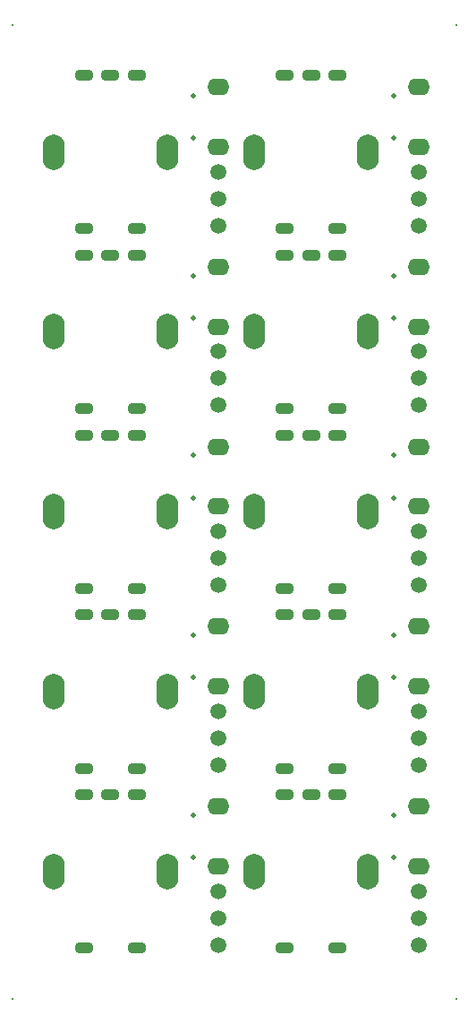
<source format=gbr>
%TF.GenerationSoftware,Altium Limited,Altium Designer,20.1.8 (145)*%
G04 Layer_Color=39423*
%FSLAX45Y45*%
%MOMM*%
%TF.SameCoordinates,B3CF18BB-8163-4733-9D89-4CFBB204D872*%
%TF.FilePolarity,Negative*%
%TF.FileFunction,Soldermask,Top*%
%TF.Part,CustomerPanel*%
G01*
G75*
%TA.AperFunction,WasherPad*%
%ADD41C,0.20320*%
%TA.AperFunction,ComponentPad*%
G04:AMPARAMS|DCode=42|XSize=2.1mm|YSize=3.35mm|CornerRadius=1.05mm|HoleSize=0mm|Usage=FLASHONLY|Rotation=180.000|XOffset=0mm|YOffset=0mm|HoleType=Round|Shape=RoundedRectangle|*
%AMROUNDEDRECTD42*
21,1,2.10000,1.25000,0,0,180.0*
21,1,0.00000,3.35000,0,0,180.0*
1,1,2.10000,0.00000,0.62500*
1,1,2.10000,0.00000,0.62500*
1,1,2.10000,0.00000,-0.62500*
1,1,2.10000,0.00000,-0.62500*
%
%ADD42ROUNDEDRECTD42*%
%ADD43O,2.10000X3.35000*%
%ADD44O,1.80000X1.10000*%
%ADD45O,2.10000X1.60000*%
%ADD46C,0.50000*%
G04:AMPARAMS|DCode=47|XSize=1.5mm|YSize=1.5mm|CornerRadius=0.75mm|HoleSize=0mm|Usage=FLASHONLY|Rotation=270.000|XOffset=0mm|YOffset=0mm|HoleType=Round|Shape=RoundedRectangle|*
%AMROUNDEDRECTD47*
21,1,1.50000,0.00000,0,0,270.0*
21,1,0.00000,1.50000,0,0,270.0*
1,1,1.50000,0.00000,0.00000*
1,1,1.50000,0.00000,0.00000*
1,1,1.50000,0.00000,0.00000*
1,1,1.50000,0.00000,0.00000*
%
%ADD47ROUNDEDRECTD47*%
D41*
X4500000Y9500000D02*
D03*
X300000D02*
D03*
X4500000Y300000D02*
D03*
X300000D02*
D03*
D42*
X1765300Y1500500D02*
D03*
X3665300D02*
D03*
X1765300Y3200500D02*
D03*
X3665300D02*
D03*
X1765300Y4900500D02*
D03*
X3665300D02*
D03*
X1765300Y6600500D02*
D03*
X3665300D02*
D03*
X1765300Y8300500D02*
D03*
X3665300D02*
D03*
D43*
X690300Y1500500D02*
D03*
X2590300D02*
D03*
X690300Y3200500D02*
D03*
X2590300D02*
D03*
X690300Y4900500D02*
D03*
X2590300D02*
D03*
X690300Y6600500D02*
D03*
X2590300D02*
D03*
X690300Y8300500D02*
D03*
X2590300D02*
D03*
D44*
X1477800Y2225500D02*
D03*
X977800D02*
D03*
X1227800D02*
D03*
X1477800Y775500D02*
D03*
X977800D02*
D03*
X3377800Y2225500D02*
D03*
X2877800D02*
D03*
X3127800D02*
D03*
X3377800Y775500D02*
D03*
X2877800D02*
D03*
X1477800Y3925500D02*
D03*
X977800D02*
D03*
X1227800D02*
D03*
X1477800Y2475500D02*
D03*
X977800D02*
D03*
X3377800Y3925500D02*
D03*
X2877800D02*
D03*
X3127800D02*
D03*
X3377800Y2475500D02*
D03*
X2877800D02*
D03*
X1477800Y5625500D02*
D03*
X977800D02*
D03*
X1227800D02*
D03*
X1477800Y4175500D02*
D03*
X977800D02*
D03*
X3377800Y5625500D02*
D03*
X2877800D02*
D03*
X3127800D02*
D03*
X3377800Y4175500D02*
D03*
X2877800D02*
D03*
X1477800Y7325500D02*
D03*
X977800D02*
D03*
X1227800D02*
D03*
X1477800Y5875500D02*
D03*
X977800D02*
D03*
X3377800Y7325500D02*
D03*
X2877800D02*
D03*
X3127800D02*
D03*
X3377800Y5875500D02*
D03*
X2877800D02*
D03*
X1477800Y9025500D02*
D03*
X977800D02*
D03*
X1227800D02*
D03*
X1477800Y7575500D02*
D03*
X977800D02*
D03*
X3377800Y9025500D02*
D03*
X2877800D02*
D03*
X3127800D02*
D03*
X3377800Y7575500D02*
D03*
X2877800D02*
D03*
D45*
X2248800Y1549000D02*
D03*
Y2115000D02*
D03*
X4148800Y1549000D02*
D03*
Y2115000D02*
D03*
X2248800Y3249000D02*
D03*
Y3815000D02*
D03*
X4148800Y3249000D02*
D03*
Y3815000D02*
D03*
X2248800Y4949000D02*
D03*
Y5515000D02*
D03*
X4148800Y4949000D02*
D03*
Y5515000D02*
D03*
X2248800Y6649000D02*
D03*
Y7215000D02*
D03*
X4148800Y6649000D02*
D03*
Y7215000D02*
D03*
X2248800Y8349000D02*
D03*
Y8915000D02*
D03*
X4148800Y8349000D02*
D03*
Y8915000D02*
D03*
D46*
X2013800Y1632000D02*
D03*
Y2032000D02*
D03*
X3913800Y1632000D02*
D03*
Y2032000D02*
D03*
X2013800Y3332000D02*
D03*
Y3732000D02*
D03*
X3913800Y3332000D02*
D03*
Y3732000D02*
D03*
X2013800Y5032000D02*
D03*
Y5432000D02*
D03*
X3913800Y5032000D02*
D03*
Y5432000D02*
D03*
X2013800Y6732000D02*
D03*
Y7132000D02*
D03*
X3913800Y6732000D02*
D03*
Y7132000D02*
D03*
X2013800Y8432000D02*
D03*
Y8832000D02*
D03*
X3913800Y8432000D02*
D03*
Y8832000D02*
D03*
D47*
X2248800Y806680D02*
D03*
Y1314680D02*
D03*
Y1060680D02*
D03*
X4148800Y806680D02*
D03*
Y1314680D02*
D03*
Y1060680D02*
D03*
X2248800Y2506680D02*
D03*
Y3014680D02*
D03*
Y2760680D02*
D03*
X4148800Y2506680D02*
D03*
Y3014680D02*
D03*
Y2760680D02*
D03*
X2248800Y4206680D02*
D03*
Y4714680D02*
D03*
Y4460680D02*
D03*
X4148800Y4206680D02*
D03*
Y4714680D02*
D03*
Y4460680D02*
D03*
X2248800Y5906680D02*
D03*
Y6414680D02*
D03*
Y6160680D02*
D03*
X4148800Y5906680D02*
D03*
Y6414680D02*
D03*
Y6160680D02*
D03*
X2248800Y7606680D02*
D03*
Y8114680D02*
D03*
Y7860680D02*
D03*
X4148800Y7606680D02*
D03*
Y8114680D02*
D03*
Y7860680D02*
D03*
%TF.MD5,797efafaad340abdca7469264f2ec06d*%
M02*

</source>
